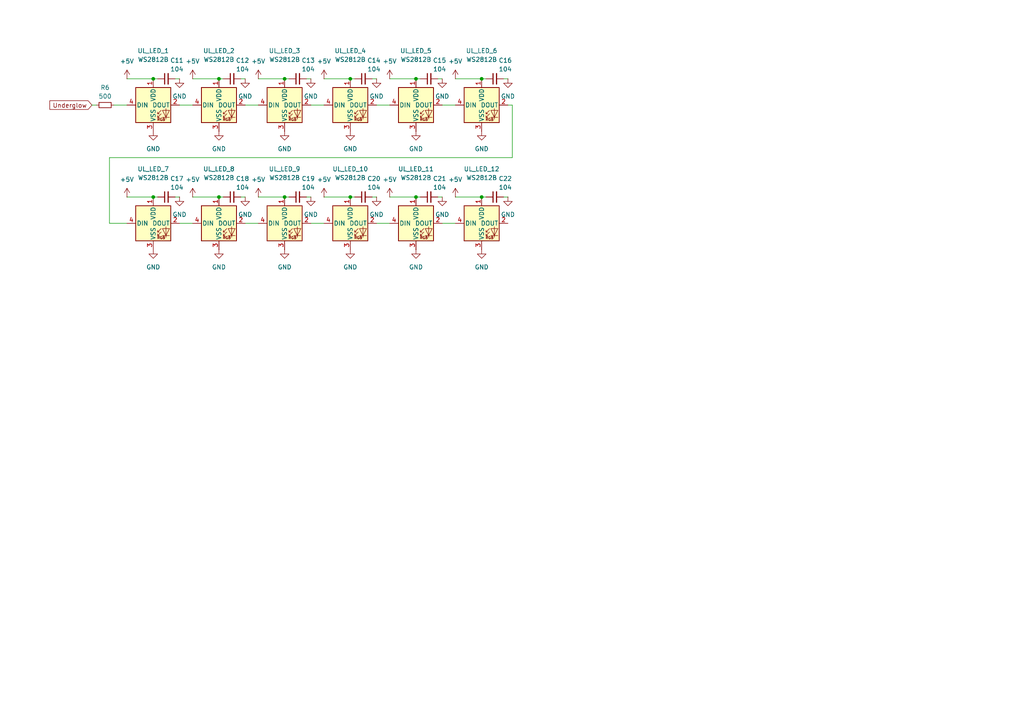
<source format=kicad_sch>
(kicad_sch (version 20231120) (generator "eeschema") (generator_version "8.0")
  (paper "A4")
  (lib_symbols
    (symbol "Device:C_Small" (pin_numbers hide) (pin_names (offset 0.254) hide)
      (property "Reference" "C" (at 0.254 1.778 0))
      (property "Value" "C_Small" (at 0.254 -2.032 0))
      (symbol "C_Small_0_1"
        (polyline (pts (xy -1.524 -0.508) (xy 1.524 -0.508)) (stroke (width 0.3302)))
        (polyline (pts (xy -1.524 0.508) (xy 1.524 0.508)) (stroke (width 0.3048)))
      )
      (symbol "C_Small_1_1"
        (pin passive line (at 0 2.54 270) (length 2.032) (name "~") (number "1"))
        (pin passive line (at 0 -2.54 90) (length 2.032) (name "~") (number "2"))
      )
    )
    (symbol "Device:R_Small" (pin_numbers hide) (pin_names (offset 0.254) hide)
      (property "Reference" "R" (at 0.762 0.508 0))
      (property "Value" "R_Small" (at 0.762 -1.016 0))
      (symbol "R_Small_0_1"
        (rectangle (start -0.762 1.778) (end 0.762 -1.778) (stroke (width 0.2032)))
      )
      (symbol "R_Small_1_1"
        (pin passive line (at 0 2.54 270) (length 0.762) (name "~") (number "1"))
        (pin passive line (at 0 -2.54 90) (length 0.762) (name "~") (number "2"))
      )
    )
    (symbol "LED:WS2812B" (pin_names (offset 0.254))
      (property "Reference" "D" (at 5.08 5.715 0))
      (property "Value" "WS2812B" (at 1.27 -5.715 0))
      (symbol "WS2812B_0_0"
        (text "RGB" (at 2.286 -4.191 0) (effects (font (size 0.762 0.762))))
      )
      (symbol "WS2812B_0_1"
        (polyline (pts (xy 1.27 -3.556) (xy 1.778 -3.556)))
        (polyline (pts (xy 1.27 -2.54) (xy 1.778 -2.54)))
        (polyline (pts (xy 4.699 -3.556) (xy 2.667 -3.556)))
        (polyline (pts (xy 2.286 -2.54) (xy 1.27 -3.556) (xy 1.27 -3.048)))
        (polyline (pts (xy 2.286 -1.524) (xy 1.27 -2.54) (xy 1.27 -2.032)))
        (polyline (pts (xy 3.683 -1.016) (xy 3.683 -3.556) (xy 3.683 -4.064)))
        (polyline (pts (xy 4.699 -1.524) (xy 2.667 -1.524) (xy 3.683 -3.556) (xy 4.699 -1.524)))
        (rectangle (start 5.08 5.08) (end -5.08 -5.08) (stroke (width 0.254)) (fill (type background)))
      )
      (symbol "WS2812B_1_1"
        (pin power_in line (at 0 7.62 270) (length 2.54) (name "VDD") (number "1"))
        (pin output line (at 7.62 0 180) (length 2.54) (name "DOUT") (number "2"))
        (pin power_in line (at 0 -7.62 90) (length 2.54) (name "VSS") (number "3"))
        (pin input line (at -7.62 0 0) (length 2.54) (name "DIN") (number "4"))
      )
    )
    (symbol "power:+5V" (power) (pin_numbers hide) (pin_names (offset 0) hide)
      (property "Value" "+5V" (at 0 3.556 0))
      (symbol "+5V_0_1"
        (polyline (pts (xy -0.762 1.27) (xy 0 2.54)))
        (polyline (pts (xy 0 0) (xy 0 2.54)))
        (polyline (pts (xy 0 2.54) (xy 0.762 1.27)))
      )
      (symbol "+5V_1_1"
        (pin power_in line (at 0 0 90) (length 0) (name "~") (number "1"))
      )
    )
    (symbol "power:GND" (power) (pin_numbers hide) (pin_names (offset 0) hide)
      (property "Value" "GND" (at 0 -3.81 0))
      (symbol "GND_0_1"
        (polyline (pts (xy 0 0) (xy 0 -1.27) (xy 1.27 -1.27) (xy 0 -2.54) (xy -1.27 -1.27) (xy 0 -1.27)))
      )
      (symbol "GND_1_1"
        (pin power_in line (at 0 0 270) (length 0) (name "~") (number "1"))
      )
    )
  )
  (junction (at 82.55 57.15))
  (junction (at 63.5 22.86))
  (junction (at 120.65 57.15))
  (junction (at 139.7 22.86))
  (junction (at 101.6 22.86))
  (junction (at 63.5 57.15))
  (junction (at 139.7 57.15))
  (junction (at 44.45 57.15))
  (junction (at 101.6 57.15))
  (junction (at 44.45 22.86))
  (junction (at 120.65 22.86))
  (junction (at 82.55 22.86))
  (wire (pts (xy 107.95 22.86) (xy 109.22 22.86)))
  (wire (pts (xy 107.95 57.15) (xy 109.22 57.15)))
  (wire (pts (xy 113.03 57.15) (xy 120.65 57.15)))
  (wire (pts (xy 31.75 45.72) (xy 148.59 45.72)))
  (wire (pts (xy 132.08 57.15) (xy 139.7 57.15)))
  (wire (pts (xy 90.17 64.77) (xy 93.98 64.77)))
  (wire (pts (xy 128.27 30.48) (xy 132.08 30.48)))
  (wire (pts (xy 132.08 22.86) (xy 139.7 22.86)))
  (wire (pts (xy 146.05 57.15) (xy 147.32 57.15)))
  (wire (pts (xy 55.88 57.15) (xy 63.5 57.15)))
  (wire (pts (xy 71.12 30.48) (xy 74.93 30.48)))
  (wire (pts (xy 63.5 22.86) (xy 64.77 22.86)))
  (wire (pts (xy 127 22.86) (xy 128.27 22.86)))
  (wire (pts (xy 71.12 64.77) (xy 74.93 64.77)))
  (wire (pts (xy 147.32 30.48) (xy 148.59 30.48)))
  (wire (pts (xy 88.9 57.15) (xy 90.17 57.15)))
  (wire (pts (xy 44.45 22.86) (xy 45.72 22.86)))
  (wire (pts (xy 127 57.15) (xy 128.27 57.15)))
  (wire (pts (xy 69.85 57.15) (xy 71.12 57.15)))
  (wire (pts (xy 52.07 30.48) (xy 55.88 30.48)))
  (wire (pts (xy 33.02 30.48) (xy 36.83 30.48)))
  (wire (pts (xy 50.8 22.86) (xy 52.07 22.86)))
  (wire (pts (xy 31.75 64.77) (xy 31.75 45.72)))
  (wire (pts (xy 74.93 22.86) (xy 82.55 22.86)))
  (wire (pts (xy 36.83 57.15) (xy 44.45 57.15)))
  (wire (pts (xy 109.22 64.77) (xy 113.03 64.77)))
  (wire (pts (xy 36.83 64.77) (xy 31.75 64.77)))
  (wire (pts (xy 113.03 22.86) (xy 120.65 22.86)))
  (wire (pts (xy 26.67 30.48) (xy 27.94 30.48)))
  (wire (pts (xy 128.27 64.77) (xy 132.08 64.77)))
  (wire (pts (xy 109.22 30.48) (xy 113.03 30.48)))
  (wire (pts (xy 93.98 22.86) (xy 101.6 22.86)))
  (wire (pts (xy 63.5 57.15) (xy 64.77 57.15)))
  (wire (pts (xy 148.59 45.72) (xy 148.59 30.48)))
  (wire (pts (xy 120.65 22.86) (xy 121.92 22.86)))
  (wire (pts (xy 120.65 57.15) (xy 121.92 57.15)))
  (wire (pts (xy 82.55 22.86) (xy 83.82 22.86)))
  (wire (pts (xy 82.55 57.15) (xy 83.82 57.15)))
  (wire (pts (xy 36.83 22.86) (xy 44.45 22.86)))
  (wire (pts (xy 44.45 57.15) (xy 45.72 57.15)))
  (wire (pts (xy 101.6 22.86) (xy 102.87 22.86)))
  (wire (pts (xy 90.17 30.48) (xy 93.98 30.48)))
  (wire (pts (xy 55.88 22.86) (xy 63.5 22.86)))
  (wire (pts (xy 93.98 57.15) (xy 101.6 57.15)))
  (wire (pts (xy 101.6 57.15) (xy 102.87 57.15)))
  (wire (pts (xy 74.93 57.15) (xy 82.55 57.15)))
  (wire (pts (xy 69.85 22.86) (xy 71.12 22.86)))
  (wire (pts (xy 50.8 57.15) (xy 52.07 57.15)))
  (wire (pts (xy 52.07 64.77) (xy 55.88 64.77)))
  (wire (pts (xy 146.05 22.86) (xy 147.32 22.86)))
  (wire (pts (xy 139.7 57.15) (xy 140.97 57.15)))
  (wire (pts (xy 139.7 22.86) (xy 140.97 22.86)))
  (wire (pts (xy 88.9 22.86) (xy 90.17 22.86)))
  (global_label "Underglow" (shape input) (at 26.67 30.48 180) (property "Intersheetrefs" "${INTERSHEET_REFS}" (effects (hide yes))))
  (symbol (lib_id "LED:WS2812B") (at 139.7 30.48 0) (unit 1)
    (property "Reference" "UL_LED_6" (at 139.7 14.732 0))
    (property "Value" "WS2812B" (at 139.7 17.272 0))
    (property "Footprint" "LED_SMD:LED_WS2812B_PLCC4_5.0x5.0mm_P3.2mm" (effects (hide yes)))
    (property "Datasheet" "https://cdn-shop.adafruit.com/datasheets/WS2812B.pdf" (effects (hide yes)))
    (property "Description" "RGB LED with integrated controller" (effects (hide yes)))
  )
  (symbol (lib_id "LED:WS2812B") (at 120.65 30.48 0) (unit 1)
    (property "Reference" "UL_LED_5" (at 120.65 14.732 0))
    (property "Value" "WS2812B" (at 120.65 17.272 0))
    (property "Footprint" "LED_SMD:LED_WS2812B_PLCC4_5.0x5.0mm_P3.2mm" (effects (hide yes)))
    (property "Datasheet" "https://cdn-shop.adafruit.com/datasheets/WS2812B.pdf" (effects (hide yes)))
    (property "Description" "RGB LED with integrated controller" (effects (hide yes)))
  )
  (symbol (lib_id "power:GND") (at 128.27 22.86 0) (unit 1)
    (property "Reference" "#PWR027" (effects (hide yes)))
    (property "Value" "GND" (at 128.27 27.94 0))
    (property "Description" "Power symbol creates a global label with name \"GND\" , ground" (effects (hide yes)))
  )
  (symbol (lib_id "power:GND") (at 44.45 38.1 0) (unit 1)
    (property "Reference" "#PWR030" (effects (hide yes)))
    (property "Value" "GND" (at 44.45 43.18 0))
    (property "Description" "Power symbol creates a global label with name \"GND\" , ground" (effects (hide yes)))
  )
  (symbol (lib_id "power:GND") (at 109.22 22.86 0) (unit 1)
    (property "Reference" "#PWR025" (effects (hide yes)))
    (property "Value" "GND" (at 109.22 27.94 0))
    (property "Description" "Power symbol creates a global label with name \"GND\" , ground" (effects (hide yes)))
  )
  (symbol (lib_id "LED:WS2812B") (at 101.6 64.77 0) (unit 1)
    (property "Reference" "UL_LED_10" (at 101.6 49.022 0))
    (property "Value" "WS2812B" (at 101.6 51.562 0))
    (property "Footprint" "LED_SMD:LED_WS2812B_PLCC4_5.0x5.0mm_P3.2mm" (effects (hide yes)))
    (property "Datasheet" "https://cdn-shop.adafruit.com/datasheets/WS2812B.pdf" (effects (hide yes)))
    (property "Description" "RGB LED with integrated controller" (effects (hide yes)))
  )
  (symbol (lib_id "power:GND") (at 90.17 57.15 0) (unit 1)
    (property "Reference" "#PWR041" (effects (hide yes)))
    (property "Value" "GND" (at 90.17 62.23 0))
    (property "Description" "Power symbol creates a global label with name \"GND\" , ground" (effects (hide yes)))
  )
  (symbol (lib_id "power:+5V") (at 74.93 22.86 0) (unit 1)
    (property "Reference" "#PWR022" (effects (hide yes)))
    (property "Value" "+5V" (at 74.93 17.78 0))
    (property "Description" "Power symbol creates a global label with name \"+5V\"" (effects (hide yes)))
  )
  (symbol (lib_id "LED:WS2812B") (at 44.45 64.77 0) (unit 1)
    (property "Reference" "UL_LED_7" (at 44.45 49.022 0))
    (property "Value" "WS2812B" (at 44.45 51.562 0))
    (property "Footprint" "LED_SMD:LED_WS2812B_PLCC4_5.0x5.0mm_P3.2mm" (effects (hide yes)))
    (property "Datasheet" "https://cdn-shop.adafruit.com/datasheets/WS2812B.pdf" (effects (hide yes)))
    (property "Description" "RGB LED with integrated controller" (effects (hide yes)))
  )
  (symbol (lib_id "power:GND") (at 52.07 57.15 0) (unit 1)
    (property "Reference" "#PWR037" (effects (hide yes)))
    (property "Value" "GND" (at 52.07 62.23 0))
    (property "Description" "Power symbol creates a global label with name \"GND\" , ground" (effects (hide yes)))
  )
  (symbol (lib_id "power:GND") (at 101.6 38.1 0) (unit 1)
    (property "Reference" "#PWR033" (effects (hide yes)))
    (property "Value" "GND" (at 101.6 43.18 0))
    (property "Description" "Power symbol creates a global label with name \"GND\" , ground" (effects (hide yes)))
  )
  (symbol (lib_id "LED:WS2812B") (at 82.55 30.48 0) (unit 1)
    (property "Reference" "UL_LED_3" (at 82.55 14.732 0))
    (property "Value" "WS2812B" (at 82.55 17.272 0))
    (property "Footprint" "LED_SMD:LED_WS2812B_PLCC4_5.0x5.0mm_P3.2mm" (effects (hide yes)))
    (property "Datasheet" "https://cdn-shop.adafruit.com/datasheets/WS2812B.pdf" (effects (hide yes)))
    (property "Description" "RGB LED with integrated controller" (effects (hide yes)))
  )
  (symbol (lib_id "Device:C_Small") (at 67.31 22.86 90) (unit 1)
    (property "Reference" "C12" (at 70.358 17.526 90))
    (property "Value" "104" (at 70.358 20.066 90))
    (property "Footprint" "Diode_SMD:D_SOD-123" (effects (hide yes)))
    (property "Description" "Unpolarized capacitor, small symbol" (effects (hide yes)))
  )
  (symbol (lib_id "Device:C_Small") (at 67.31 57.15 90) (unit 1)
    (property "Reference" "C18" (at 70.358 51.816 90))
    (property "Value" "104" (at 70.358 54.356 90))
    (property "Footprint" "Diode_SMD:D_SOD-123" (effects (hide yes)))
    (property "Description" "Unpolarized capacitor, small symbol" (effects (hide yes)))
  )
  (symbol (lib_id "power:+5V") (at 132.08 57.15 0) (unit 1)
    (property "Reference" "#PWR046" (effects (hide yes)))
    (property "Value" "+5V" (at 132.08 52.07 0))
    (property "Description" "Power symbol creates a global label with name \"+5V\"" (effects (hide yes)))
  )
  (symbol (lib_id "power:+5V") (at 113.03 22.86 0) (unit 1)
    (property "Reference" "#PWR026" (effects (hide yes)))
    (property "Value" "+5V" (at 113.03 17.78 0))
    (property "Description" "Power symbol creates a global label with name \"+5V\"" (effects (hide yes)))
  )
  (symbol (lib_id "LED:WS2812B") (at 120.65 64.77 0) (unit 1)
    (property "Reference" "UL_LED_11" (at 120.65 49.022 0))
    (property "Value" "WS2812B" (at 120.65 51.562 0))
    (property "Footprint" "LED_SMD:LED_WS2812B_PLCC4_5.0x5.0mm_P3.2mm" (effects (hide yes)))
    (property "Datasheet" "https://cdn-shop.adafruit.com/datasheets/WS2812B.pdf" (effects (hide yes)))
    (property "Description" "RGB LED with integrated controller" (effects (hide yes)))
  )
  (symbol (lib_id "power:GND") (at 109.22 57.15 0) (unit 1)
    (property "Reference" "#PWR043" (effects (hide yes)))
    (property "Value" "GND" (at 109.22 62.23 0))
    (property "Description" "Power symbol creates a global label with name \"GND\" , ground" (effects (hide yes)))
  )
  (symbol (lib_id "power:GND") (at 139.7 72.39 0) (unit 1)
    (property "Reference" "#PWR053" (effects (hide yes)))
    (property "Value" "GND" (at 139.7 77.47 0))
    (property "Description" "Power symbol creates a global label with name \"GND\" , ground" (effects (hide yes)))
  )
  (symbol (lib_id "power:+5V") (at 132.08 22.86 0) (unit 1)
    (property "Reference" "#PWR028" (effects (hide yes)))
    (property "Value" "+5V" (at 132.08 17.78 0))
    (property "Description" "Power symbol creates a global label with name \"+5V\"" (effects (hide yes)))
  )
  (symbol (lib_id "Device:C_Small") (at 86.36 22.86 90) (unit 1)
    (property "Reference" "C13" (at 89.408 17.526 90))
    (property "Value" "104" (at 89.408 20.066 90))
    (property "Footprint" "Diode_SMD:D_SOD-123" (effects (hide yes)))
    (property "Description" "Unpolarized capacitor, small symbol" (effects (hide yes)))
  )
  (symbol (lib_id "Device:C_Small") (at 124.46 57.15 90) (unit 1)
    (property "Reference" "C21" (at 127.508 51.816 90))
    (property "Value" "104" (at 127.508 54.356 90))
    (property "Footprint" "Diode_SMD:D_SOD-123" (effects (hide yes)))
    (property "Description" "Unpolarized capacitor, small symbol" (effects (hide yes)))
  )
  (symbol (lib_id "Device:C_Small") (at 48.26 57.15 90) (unit 1)
    (property "Reference" "C17" (at 51.308 51.816 90))
    (property "Value" "104" (at 51.308 54.356 90))
    (property "Footprint" "Diode_SMD:D_SOD-123" (effects (hide yes)))
    (property "Description" "Unpolarized capacitor, small symbol" (effects (hide yes)))
  )
  (symbol (lib_id "Device:C_Small") (at 48.26 22.86 90) (unit 1)
    (property "Reference" "C11" (at 51.308 17.526 90))
    (property "Value" "104" (at 51.308 20.066 90))
    (property "Footprint" "Diode_SMD:D_SOD-123" (effects (hide yes)))
    (property "Description" "Unpolarized capacitor, small symbol" (effects (hide yes)))
  )
  (symbol (lib_id "Device:R_Small") (at 30.48 30.48 90) (unit 1)
    (property "Reference" "R6" (at 30.48 25.4 90))
    (property "Value" "500" (at 30.48 27.94 90))
    (property "Footprint" "Diode_SMD:D_SOD-123" (effects (hide yes)))
    (property "Description" "Resistor, small symbol" (effects (hide yes)))
  )
  (symbol (lib_id "power:+5V") (at 113.03 57.15 0) (unit 1)
    (property "Reference" "#PWR044" (effects (hide yes)))
    (property "Value" "+5V" (at 113.03 52.07 0))
    (property "Description" "Power symbol creates a global label with name \"+5V\"" (effects (hide yes)))
  )
  (symbol (lib_id "power:GND") (at 71.12 57.15 0) (unit 1)
    (property "Reference" "#PWR039" (effects (hide yes)))
    (property "Value" "GND" (at 71.12 62.23 0))
    (property "Description" "Power symbol creates a global label with name \"GND\" , ground" (effects (hide yes)))
  )
  (symbol (lib_id "power:GND") (at 139.7 38.1 0) (unit 1)
    (property "Reference" "#PWR035" (effects (hide yes)))
    (property "Value" "GND" (at 139.7 43.18 0))
    (property "Description" "Power symbol creates a global label with name \"GND\" , ground" (effects (hide yes)))
  )
  (symbol (lib_id "power:+5V") (at 36.83 22.86 0) (unit 1)
    (property "Reference" "#PWR018" (effects (hide yes)))
    (property "Value" "+5V" (at 36.83 17.78 0))
    (property "Description" "Power symbol creates a global label with name \"+5V\"" (effects (hide yes)))
  )
  (symbol (lib_id "power:+5V") (at 93.98 22.86 0) (unit 1)
    (property "Reference" "#PWR024" (effects (hide yes)))
    (property "Value" "+5V" (at 93.98 17.78 0))
    (property "Description" "Power symbol creates a global label with name \"+5V\"" (effects (hide yes)))
  )
  (symbol (lib_id "power:GND") (at 44.45 72.39 0) (unit 1)
    (property "Reference" "#PWR048" (effects (hide yes)))
    (property "Value" "GND" (at 44.45 77.47 0))
    (property "Description" "Power symbol creates a global label with name \"GND\" , ground" (effects (hide yes)))
  )
  (symbol (lib_id "power:GND") (at 90.17 22.86 0) (unit 1)
    (property "Reference" "#PWR023" (effects (hide yes)))
    (property "Value" "GND" (at 90.17 27.94 0))
    (property "Description" "Power symbol creates a global label with name \"GND\" , ground" (effects (hide yes)))
  )
  (symbol (lib_id "power:GND") (at 63.5 38.1 0) (unit 1)
    (property "Reference" "#PWR031" (effects (hide yes)))
    (property "Value" "GND" (at 63.5 43.18 0))
    (property "Description" "Power symbol creates a global label with name \"GND\" , ground" (effects (hide yes)))
  )
  (symbol (lib_id "power:GND") (at 82.55 72.39 0) (unit 1)
    (property "Reference" "#PWR050" (effects (hide yes)))
    (property "Value" "GND" (at 82.55 77.47 0))
    (property "Description" "Power symbol creates a global label with name \"GND\" , ground" (effects (hide yes)))
  )
  (symbol (lib_id "LED:WS2812B") (at 63.5 64.77 0) (unit 1)
    (property "Reference" "UL_LED_8" (at 63.5 49.022 0))
    (property "Value" "WS2812B" (at 63.5 51.562 0))
    (property "Footprint" "LED_SMD:LED_WS2812B_PLCC4_5.0x5.0mm_P3.2mm" (effects (hide yes)))
    (property "Datasheet" "https://cdn-shop.adafruit.com/datasheets/WS2812B.pdf" (effects (hide yes)))
    (property "Description" "RGB LED with integrated controller" (effects (hide yes)))
  )
  (symbol (lib_id "power:GND") (at 71.12 22.86 0) (unit 1)
    (property "Reference" "#PWR021" (effects (hide yes)))
    (property "Value" "GND" (at 71.12 27.94 0))
    (property "Description" "Power symbol creates a global label with name \"GND\" , ground" (effects (hide yes)))
  )
  (symbol (lib_id "power:GND") (at 63.5 72.39 0) (unit 1)
    (property "Reference" "#PWR049" (effects (hide yes)))
    (property "Value" "GND" (at 63.5 77.47 0))
    (property "Description" "Power symbol creates a global label with name \"GND\" , ground" (effects (hide yes)))
  )
  (symbol (lib_id "power:+5V") (at 74.93 57.15 0) (unit 1)
    (property "Reference" "#PWR040" (effects (hide yes)))
    (property "Value" "+5V" (at 74.93 52.07 0))
    (property "Description" "Power symbol creates a global label with name \"+5V\"" (effects (hide yes)))
  )
  (symbol (lib_id "LED:WS2812B") (at 44.45 30.48 0) (unit 1)
    (property "Reference" "UL_LED_1" (at 44.45 14.732 0))
    (property "Value" "WS2812B" (at 44.45 17.272 0))
    (property "Footprint" "LED_SMD:LED_WS2812B_PLCC4_5.0x5.0mm_P3.2mm" (effects (hide yes)))
    (property "Datasheet" "https://cdn-shop.adafruit.com/datasheets/WS2812B.pdf" (effects (hide yes)))
    (property "Description" "RGB LED with integrated controller" (effects (hide yes)))
  )
  (symbol (lib_id "power:GND") (at 147.32 57.15 0) (unit 1)
    (property "Reference" "#PWR047" (effects (hide yes)))
    (property "Value" "GND" (at 147.32 62.23 0))
    (property "Description" "Power symbol creates a global label with name \"GND\" , ground" (effects (hide yes)))
  )
  (symbol (lib_id "power:GND") (at 128.27 57.15 0) (unit 1)
    (property "Reference" "#PWR045" (effects (hide yes)))
    (property "Value" "GND" (at 128.27 62.23 0))
    (property "Description" "Power symbol creates a global label with name \"GND\" , ground" (effects (hide yes)))
  )
  (symbol (lib_id "power:+5V") (at 55.88 57.15 0) (unit 1)
    (property "Reference" "#PWR038" (effects (hide yes)))
    (property "Value" "+5V" (at 55.88 52.07 0))
    (property "Description" "Power symbol creates a global label with name \"+5V\"" (effects (hide yes)))
  )
  (symbol (lib_id "power:+5V") (at 55.88 22.86 0) (unit 1)
    (property "Reference" "#PWR020" (effects (hide yes)))
    (property "Value" "+5V" (at 55.88 17.78 0))
    (property "Description" "Power symbol creates a global label with name \"+5V\"" (effects (hide yes)))
  )
  (symbol (lib_id "LED:WS2812B") (at 101.6 30.48 0) (unit 1)
    (property "Reference" "UL_LED_4" (at 101.6 14.732 0))
    (property "Value" "WS2812B" (at 101.6 17.272 0))
    (property "Footprint" "LED_SMD:LED_WS2812B_PLCC4_5.0x5.0mm_P3.2mm" (effects (hide yes)))
    (property "Datasheet" "https://cdn-shop.adafruit.com/datasheets/WS2812B.pdf" (effects (hide yes)))
    (property "Description" "RGB LED with integrated controller" (effects (hide yes)))
  )
  (symbol (lib_id "power:GND") (at 147.32 22.86 0) (unit 1)
    (property "Reference" "#PWR029" (effects (hide yes)))
    (property "Value" "GND" (at 147.32 27.94 0))
    (property "Description" "Power symbol creates a global label with name \"GND\" , ground" (effects (hide yes)))
  )
  (symbol (lib_id "power:GND") (at 101.6 72.39 0) (unit 1)
    (property "Reference" "#PWR051" (effects (hide yes)))
    (property "Value" "GND" (at 101.6 77.47 0))
    (property "Description" "Power symbol creates a global label with name \"GND\" , ground" (effects (hide yes)))
  )
  (symbol (lib_id "Device:C_Small") (at 105.41 22.86 90) (unit 1)
    (property "Reference" "C14" (at 108.458 17.526 90))
    (property "Value" "104" (at 108.458 20.066 90))
    (property "Footprint" "Diode_SMD:D_SOD-123" (effects (hide yes)))
    (property "Description" "Unpolarized capacitor, small symbol" (effects (hide yes)))
  )
  (symbol (lib_id "Device:C_Small") (at 143.51 57.15 90) (unit 1)
    (property "Reference" "C22" (at 146.558 51.816 90))
    (property "Value" "104" (at 146.558 54.356 90))
    (property "Footprint" "Diode_SMD:D_SOD-123" (effects (hide yes)))
    (property "Description" "Unpolarized capacitor, small symbol" (effects (hide yes)))
  )
  (symbol (lib_id "Device:C_Small") (at 86.36 57.15 90) (unit 1)
    (property "Reference" "C19" (at 89.408 51.816 90))
    (property "Value" "104" (at 89.408 54.356 90))
    (property "Footprint" "Diode_SMD:D_SOD-123" (effects (hide yes)))
    (property "Description" "Unpolarized capacitor, small symbol" (effects (hide yes)))
  )
  (symbol (lib_id "power:GND") (at 52.07 22.86 0) (unit 1)
    (property "Reference" "#PWR019" (effects (hide yes)))
    (property "Value" "GND" (at 52.07 27.94 0))
    (property "Description" "Power symbol creates a global label with name \"GND\" , ground" (effects (hide yes)))
  )
  (symbol (lib_id "power:+5V") (at 36.83 57.15 0) (unit 1)
    (property "Reference" "#PWR036" (effects (hide yes)))
    (property "Value" "+5V" (at 36.83 52.07 0))
    (property "Description" "Power symbol creates a global label with name \"+5V\"" (effects (hide yes)))
  )
  (symbol (lib_id "Device:C_Small") (at 105.41 57.15 90) (unit 1)
    (property "Reference" "C20" (at 108.458 51.816 90))
    (property "Value" "104" (at 108.458 54.356 90))
    (property "Footprint" "Diode_SMD:D_SOD-123" (effects (hide yes)))
    (property "Description" "Unpolarized capacitor, small symbol" (effects (hide yes)))
  )
  (symbol (lib_id "LED:WS2812B") (at 63.5 30.48 0) (unit 1)
    (property "Reference" "UL_LED_2" (at 63.5 14.732 0))
    (property "Value" "WS2812B" (at 63.5 17.272 0))
    (property "Footprint" "LED_SMD:LED_WS2812B_PLCC4_5.0x5.0mm_P3.2mm" (effects (hide yes)))
    (property "Datasheet" "https://cdn-shop.adafruit.com/datasheets/WS2812B.pdf" (effects (hide yes)))
    (property "Description" "RGB LED with integrated controller" (effects (hide yes)))
  )
  (symbol (lib_id "power:GND") (at 82.55 38.1 0) (unit 1)
    (property "Reference" "#PWR032" (effects (hide yes)))
    (property "Value" "GND" (at 82.55 43.18 0))
    (property "Description" "Power symbol creates a global label with name \"GND\" , ground" (effects (hide yes)))
  )
  (symbol (lib_id "power:GND") (at 120.65 72.39 0) (unit 1)
    (property "Reference" "#PWR052" (effects (hide yes)))
    (property "Value" "GND" (at 120.65 77.47 0))
    (property "Description" "Power symbol creates a global label with name \"GND\" , ground" (effects (hide yes)))
  )
  (symbol (lib_id "Device:C_Small") (at 143.51 22.86 90) (unit 1)
    (property "Reference" "C16" (at 146.558 17.526 90))
    (property "Value" "104" (at 146.558 20.066 90))
    (property "Footprint" "Diode_SMD:D_SOD-123" (effects (hide yes)))
    (property "Description" "Unpolarized capacitor, small symbol" (effects (hide yes)))
  )
  (symbol (lib_id "LED:WS2812B") (at 139.7 64.77 0) (unit 1)
    (property "Reference" "UL_LED_12" (at 139.7 49.022 0))
    (property "Value" "WS2812B" (at 139.7 51.562 0))
    (property "Footprint" "LED_SMD:LED_WS2812B_PLCC4_5.0x5.0mm_P3.2mm" (effects (hide yes)))
    (property "Datasheet" "https://cdn-shop.adafruit.com/datasheets/WS2812B.pdf" (effects (hide yes)))
    (property "Description" "RGB LED with integrated controller" (effects (hide yes)))
  )
  (symbol (lib_id "power:GND") (at 120.65 38.1 0) (unit 1)
    (property "Reference" "#PWR034" (effects (hide yes)))
    (property "Value" "GND" (at 120.65 43.18 0))
    (property "Description" "Power symbol creates a global label with name \"GND\" , ground" (effects (hide yes)))
  )
  (symbol (lib_id "power:+5V") (at 93.98 57.15 0) (unit 1)
    (property "Reference" "#PWR042" (effects (hide yes)))
    (property "Value" "+5V" (at 93.98 52.07 0))
    (property "Description" "Power symbol creates a global label with name \"+5V\"" (effects (hide yes)))
  )
  (symbol (lib_id "Device:C_Small") (at 124.46 22.86 90) (unit 1)
    (property "Reference" "C15" (at 127.508 17.526 90))
    (property "Value" "104" (at 127.508 20.066 90))
    (property "Footprint" "Diode_SMD:D_SOD-123" (effects (hide yes)))
    (property "Description" "Unpolarized capacitor, small symbol" (effects (hide yes)))
  )
  (symbol (lib_id "LED:WS2812B") (at 82.55 64.77 0) (unit 1)
    (property "Reference" "UL_LED_9" (at 82.55 49.022 0))
    (property "Value" "WS2812B" (at 82.55 51.562 0))
    (property "Footprint" "LED_SMD:LED_WS2812B_PLCC4_5.0x5.0mm_P3.2mm" (effects (hide yes)))
    (property "Datasheet" "https://cdn-shop.adafruit.com/datasheets/WS2812B.pdf" (effects (hide yes)))
    (property "Description" "RGB LED with integrated controller" (effects (hide yes)))
  )
)
</source>
